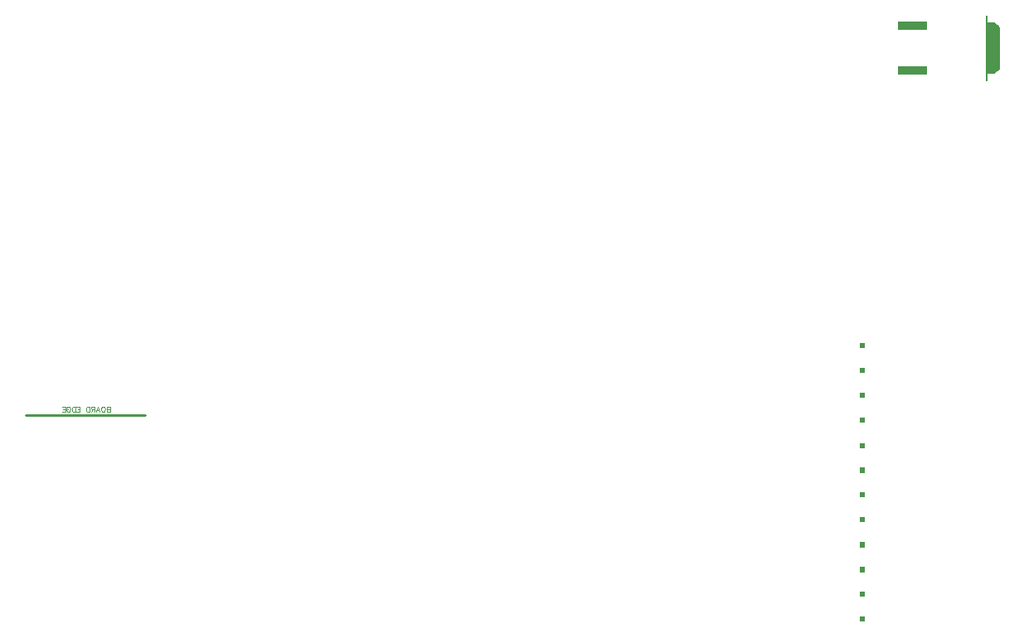
<source format=gbr>
G04 DipTrace 3.2.0.1*
G04 BottomAssy.gbr*
%MOIN*%
G04 #@! TF.FileFunction,Drawing,Bot*
G04 #@! TF.Part,Single*
%ADD10C,0.009843*%
%ADD29C,0.008*%
%ADD30C,0.007866*%
%ADD114C,0.003088*%
%FSLAX26Y26*%
G04*
G70*
G90*
G75*
G01*
G04 BotAssy*
%LPD*%
X3195870Y1466345D2*
D10*
X2717130D1*
X6579428Y2813606D2*
D29*
Y3071654D1*
X6583441Y2841630D2*
X6611441D1*
X6629431Y2859616D1*
Y3025618D1*
X6611441Y3043630D1*
X6583441D1*
Y2841630D1*
G36*
X6225438Y2835618D2*
X6339466D1*
Y2869628D1*
X6225438D1*
Y2835618D1*
G37*
G36*
Y3015631D2*
X6339466D1*
Y3049616D1*
X6225438D1*
Y3015631D1*
G37*
G36*
X6583441Y2841630D2*
X6611441D1*
X6629431Y2859616D1*
Y3025618D1*
X6611441Y3043630D1*
X6583441D1*
Y2841630D1*
G37*
D30*
X6611441D1*
X6629431Y2859616D1*
Y3025618D1*
X6611441Y3043630D1*
X6583441D1*
Y2841630D1*
G36*
X6071432Y1233921D2*
X6091412D1*
Y1253945D1*
X6071432D1*
Y1233921D1*
G37*
G36*
Y1133967D2*
X6091412D1*
Y1153991D1*
X6071432D1*
Y1133967D1*
G37*
G36*
Y1034012D2*
X6091412D1*
Y1054037D1*
X6071432D1*
Y1034012D1*
G37*
G36*
Y933890D2*
X6091412D1*
Y954082D1*
X6071432D1*
Y933890D1*
G37*
G36*
Y833767D2*
X6091412D1*
Y853960D1*
X6071432D1*
Y833767D1*
G37*
G36*
Y733981D2*
X6091412D1*
Y754006D1*
X6071432D1*
Y733981D1*
G37*
G36*
Y634027D2*
X6091412D1*
Y654051D1*
X6071432D1*
Y634027D1*
G37*
G36*
Y1333875D2*
X6091412D1*
Y1353900D1*
X6071432D1*
Y1333875D1*
G37*
G36*
Y1433998D2*
X6091412D1*
Y1454022D1*
X6071432D1*
Y1433998D1*
G37*
G36*
Y1533952D2*
X6091412D1*
Y1553977D1*
X6071432D1*
Y1533952D1*
G37*
G36*
Y1634075D2*
X6091412D1*
Y1653931D1*
X6071432D1*
Y1634075D1*
G37*
G36*
Y1734029D2*
X6091412D1*
Y1754053D1*
X6071432D1*
Y1734029D1*
G37*
X3055936Y1499717D2*
D114*
Y1479621D1*
X3047314D1*
X3044440Y1480593D1*
X3043489Y1481544D1*
X3042539Y1483445D1*
Y1486319D1*
X3043489Y1488243D1*
X3044440Y1489193D1*
X3047314Y1490144D1*
X3044440Y1491117D1*
X3043489Y1492067D1*
X3042539Y1493968D1*
Y1495892D1*
X3043489Y1497793D1*
X3044440Y1498766D1*
X3047314Y1499717D1*
X3055936D1*
Y1490144D2*
X3047314D1*
X3030615Y1499717D2*
X3032538Y1498766D1*
X3034440Y1496843D1*
X3035412Y1494941D1*
X3036363Y1492067D1*
Y1487270D1*
X3035412Y1484418D1*
X3034440Y1482495D1*
X3032538Y1480593D1*
X3030615Y1479621D1*
X3026790D1*
X3024889Y1480593D1*
X3022966Y1482495D1*
X3022015Y1484418D1*
X3021064Y1487270D1*
Y1492067D1*
X3022015Y1494941D1*
X3022966Y1496843D1*
X3024889Y1498766D1*
X3026790Y1499717D1*
X3030615D1*
X2999568Y1479621D2*
X3007239Y1499717D1*
X3014889Y1479621D1*
X3012015Y1486319D2*
X3002442D1*
X2993392Y1490144D2*
X2984792D1*
X2981918Y1491117D1*
X2980946Y1492067D1*
X2979995Y1493968D1*
Y1495892D1*
X2980946Y1497793D1*
X2981918Y1498766D1*
X2984792Y1499717D1*
X2993392D1*
Y1479621D1*
X2986694Y1490144D2*
X2979995Y1479621D1*
X2973819Y1499717D2*
Y1479621D1*
X2967121D1*
X2964247Y1480593D1*
X2962323Y1482495D1*
X2961373Y1484418D1*
X2960422Y1487270D1*
Y1492067D1*
X2961373Y1494941D1*
X2962323Y1496843D1*
X2964247Y1498766D1*
X2967121Y1499717D1*
X2973819D1*
X2922381D2*
X2934806D1*
Y1479621D1*
X2922381D1*
X2934806Y1490144D2*
X2927157D1*
X2916206Y1499717D2*
Y1479621D1*
X2909507D1*
X2906633Y1480593D1*
X2904709Y1482495D1*
X2903759Y1484418D1*
X2902808Y1487270D1*
Y1492067D1*
X2903759Y1494941D1*
X2904709Y1496843D1*
X2906633Y1498766D1*
X2909507Y1499717D1*
X2916206D1*
X2882285Y1494941D2*
X2883235Y1496843D1*
X2885159Y1498766D1*
X2887060Y1499717D1*
X2890884D1*
X2892808Y1498766D1*
X2894709Y1496843D1*
X2895682Y1494941D1*
X2896633Y1492067D1*
Y1487270D1*
X2895682Y1484418D1*
X2894709Y1482495D1*
X2892808Y1480593D1*
X2890884Y1479621D1*
X2887060D1*
X2885159Y1480593D1*
X2883235Y1482495D1*
X2882285Y1484418D1*
Y1487270D1*
X2887060D1*
X2863684Y1499717D2*
X2876109D1*
Y1479621D1*
X2863684D1*
X2876109Y1490144D2*
X2868460D1*
M02*

</source>
